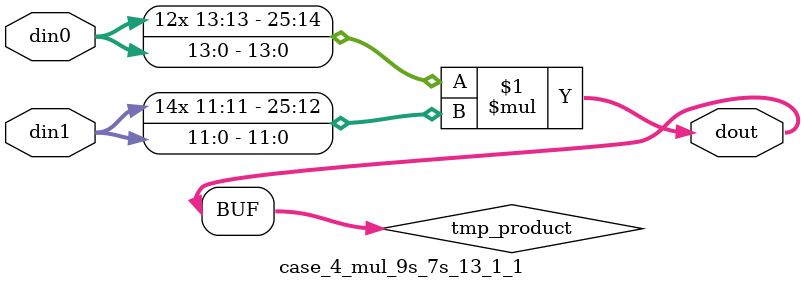
<source format=v>

`timescale 1 ns / 1 ps

 module case_4_mul_9s_7s_13_1_1(din0, din1, dout);
parameter ID = 1;
parameter NUM_STAGE = 0;
parameter din0_WIDTH = 14;
parameter din1_WIDTH = 12;
parameter dout_WIDTH = 26;

input [din0_WIDTH - 1 : 0] din0; 
input [din1_WIDTH - 1 : 0] din1; 
output [dout_WIDTH - 1 : 0] dout;

wire signed [dout_WIDTH - 1 : 0] tmp_product;



























assign tmp_product = $signed(din0) * $signed(din1);








assign dout = tmp_product;





















endmodule

</source>
